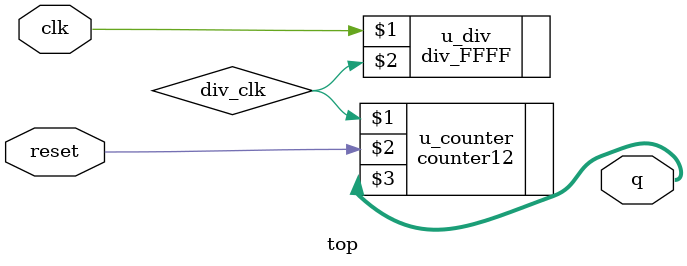
<source format=v>
`timescale 1ns / 1ps


module top(
    input clk,
    input reset,
    output [3:0] q
    );
    wire div_clk;
    div_FFFF u_div(clk, div_clk);
    counter12 u_counter(div_clk, reset, q);
endmodule

</source>
